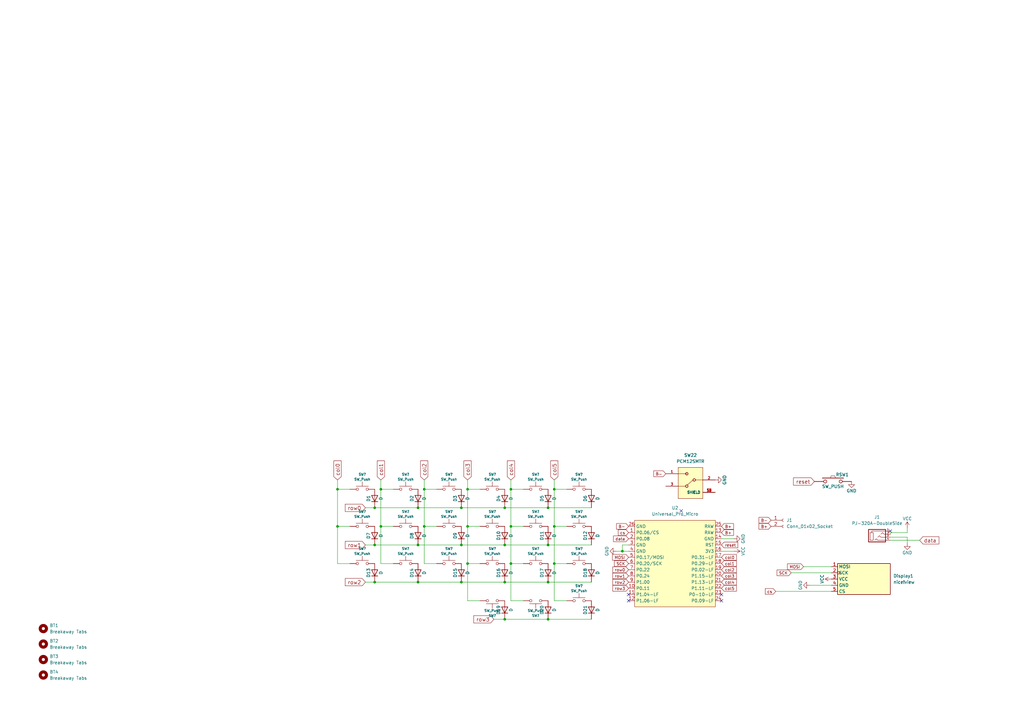
<source format=kicad_sch>
(kicad_sch (version 20231120) (generator "eeschema") (generator_version "8.0")
  (paper "A3")
  (title_block (title "Corne Left") (date "2023-10-07") (rev "4.0.0") (company "foostan"))
  (lib_symbols
    (symbol "ClaudeSym:PJ-320A" (pin_names (offset 1.016))
      (property "Reference" "J1" (at 0 3.81 0))
      (property "Value" "PJ-320A-DoubleSide" (at 0 -3.81 0))
      (symbol "PJ-320A_0_1"
        (rectangle (start -1.905 -1.905) (end -3.175 1.27))
        (polyline (pts (xy -2.54 1.27) (xy -2.54 1.905) (xy 3.175 1.905)))
        (polyline (pts (xy -1.27 -1.905) (xy -0.635 -1.27) (xy 0 -1.905) (xy 3.175 -1.905)))
        (polyline (pts (xy 0 -0.635) (xy 0.635 0) (xy 1.27 -0.635) (xy 3.175 -0.635)))
        (polyline (pts (xy 1.27 0.635) (xy 1.905 1.27) (xy 2.54 0.635) (xy 3.175 0.635)))
        (rectangle (start 3.175 2.54) (end -3.81 -2.54) (stroke (width 0.3048)))
      )
      (symbol "PJ-320A_1_1"
        (pin input line (at 5.1338 1.8756 180) (length 2.0066) (name "") (number "1"))
        (pin input line (at 5.1954 0.6252 180) (length 2.0066) (name "") (number "2"))
        (pin input line (at 5.1074 -0.5899 180) (length 2.0066) (name "") (number "3"))
        (pin input line (at 5.1514 -1.902 180) (length 2.0066) (name "") (number "4"))
      )
    )
    (symbol "ClaudeSym:Universal_Pro_Micro_Footprint" (in_bom no)
      (property "Reference" "U" (at 0 22.86 0))
      (property "Value" "Universal_Pro_Micro" (at 0 20.32 0))
      (symbol "Universal_Pro_Micro_Footprint_0_0"
        (pin bidirectional line (at -19.05 -8.89 0) (length 2.54) (name "P0.11") (number "10"))
        (pin bidirectional line (at -19.05 -11.43 0) (length 2.54) (name "P1.04-LF") (number "11"))
        (pin bidirectional line (at -19.05 -13.97 0) (length 2.54) (name "P1.06-LF") (number "12"))
        (pin power_out line (at 19.05 11.43 180) (length 2.54) (name "GND") (number "14"))
        (pin bidirectional line (at 19.05 8.89 180) (length 2.54) (name "RST") (number "15"))
        (pin bidirectional line (at 19.05 3.81 180) (length 2.54) (name "P0.31-LF") (number "17"))
        (pin bidirectional line (at 19.05 1.27 180) (length 2.54) (name "P0.29-LF") (number "18"))
        (pin bidirectional line (at 19.05 -1.27 180) (length 2.54) (name "P0.02-LF") (number "19"))
        (pin bidirectional line (at -19.05 11.43 0) (length 2.54) (name "P0.08") (number "2"))
        (pin bidirectional line (at 19.05 -3.81 180) (length 2.54) (name "P1.15-LF") (number "20"))
        (pin bidirectional line (at 19.05 -6.35 180) (length 2.54) (name "P1.13-LF") (number "21"))
        (pin bidirectional line (at 19.05 -8.89 180) (length 2.54) (name "P1.11-LF") (number "22"))
        (pin bidirectional line (at 19.05 -11.43 180) (length 2.54) (name "P0-10-LF") (number "23"))
        (pin bidirectional line (at 19.05 -13.97 180) (length 2.54) (name "P0.09-LF") (number "24"))
        (pin power_out line (at -19.05 8.89 0) (length 2.54) (name "GND") (number "3"))
        (pin power_out line (at -19.05 6.35 0) (length 2.54) (name "GND") (number "4"))
        (pin bidirectional line (at -19.05 -1.27 0) (length 2.54) (name "P0.22") (number "7"))
        (pin bidirectional line (at -19.05 -3.81 0) (length 2.54) (name "P0.24") (number "8"))
        (pin bidirectional line (at -19.05 -6.35 0) (length 2.54) (name "P1.00") (number "9"))
      )
      (symbol "Universal_Pro_Micro_Footprint_1_0"
        (pin bidirectional line (at -19.05 13.97 0) (length 2.54) (name "P0.06/CS") (number "1"))
        (pin power_out line (at 19.05 13.97 180) (length 2.54) (name "RAW") (number "13"))
        (pin power_out line (at 19.05 6.35 180) (length 2.54) (name "3V3") (number "16"))
        (pin power_out line (at 19.05 16.51 180) (length 2.54) (name "RAW") (number "25"))
        (pin power_out line (at -19.05 16.51 0) (length 2.54) (name "GND") (number "26"))
        (pin bidirectional line (at -19.05 3.81 0) (length 2.54) (name "P0.17/MOSI") (number "5"))
        (pin bidirectional line (at -19.05 1.27 0) (length 2.54) (name "P0.20/SCK") (number "6"))
      )
      (symbol "Universal_Pro_Micro_Footprint_1_1"
        (rectangle (start -16.51 19.05) (end 16.51 -16.51) (fill (type background)))
      )
    )
    (symbol "Connector:Conn_01x02_Socket" (pin_names (offset 1.016) hide)
      (property "Reference" "J" (at 0 2.54 0))
      (property "Value" "Conn_01x02_Socket" (at 0 -5.08 0))
      (symbol "Conn_01x02_Socket_1_1"
        (arc (start 0 -2.032) (mid -0.5058 -2.54) (end 0 -3.048) (stroke (width 0.1524)))
        (polyline (pts (xy -1.27 -2.54) (xy -0.508 -2.54)) (stroke (width 0.1524)))
        (polyline (pts (xy -1.27 0) (xy -0.508 0)) (stroke (width 0.1524)))
        (arc (start 0 0.508) (mid -0.5058 0) (end 0 -0.508) (stroke (width 0.1524)))
        (pin passive line (at -5.08 0 0) (length 3.81) (name "Pin_1") (number "1"))
        (pin passive line (at -5.08 -2.54 0) (length 3.81) (name "Pin_2") (number "2"))
      )
    )
    (symbol "Device:D" (pin_numbers hide) (pin_names (offset 1.016) hide)
      (property "Reference" "D" (at 0 2.54 0))
      (property "Value" "D" (at 0 -2.54 0))
      (symbol "D_0_1"
        (polyline (pts (xy -1.27 1.27) (xy -1.27 -1.27)) (stroke (width 0.254)))
        (polyline (pts (xy 1.27 0) (xy -1.27 0)))
        (polyline (pts (xy 1.27 1.27) (xy 1.27 -1.27) (xy -1.27 0) (xy 1.27 1.27)) (stroke (width 0.254)))
      )
      (symbol "D_1_1"
        (pin passive line (at -3.81 0 0) (length 2.54) (name "K") (number "1"))
        (pin passive line (at 3.81 0 180) (length 2.54) (name "A") (number "2"))
      )
    )
    (symbol "Mechanical:MountingHole" (pin_names (offset 1.016))
      (property "Reference" "H" (at 0 5.08 0))
      (property "Value" "MountingHole" (at 0 3.175 0))
      (symbol "MountingHole_0_1"
        (circle (center 0 0) (radius 1.27) (stroke (width 1.27)))
      )
    )
    (symbol "PCM_PCM12SMTR:PCM12SMTR" (pin_names (offset 1.016))
      (property "Reference" "SW" (at -5.0844 5.3386 0))
      (property "Value" "PCM12SMTR" (at -5.1814 -9.6619 0))
      (symbol "PCM12SMTR_0_0"
        (rectangle (start -5.08 -7.62) (end 5.08 5.08) (stroke (width 0.1524)) (fill (type background)))
        (circle (center -1.524 -2.54) (radius 0.508) (stroke (width 0.254)))
        (circle (center -1.524 2.54) (radius 0.508) (stroke (width 0.254)))
        (polyline (pts (xy -5.08 -2.54) (xy -2.032 -2.54)) (stroke (width 0.1524)))
        (polyline (pts (xy -5.08 2.54) (xy -1.524 2.54)) (stroke (width 0.1524)))
        (polyline (pts (xy 1.016 0) (xy -1.27 -2.032)) (stroke (width 0.1524)))
        (polyline (pts (xy 2.032 0) (xy 5.08 0)) (stroke (width 0.1524)))
        (circle (center 1.524 0) (radius 0.508) (stroke (width 0.254)))
        (pin passive line (at -10.16 2.54 0) (length 5.08) (name "~") (number "1"))
        (pin passive line (at 10.16 0 180) (length 5.08) (name "~") (number "2"))
        (pin passive line (at -10.16 -2.54 0) (length 5.08) (name "~") (number "3"))
        (pin passive line (at 10.16 -5.08 180) (length 5.08) (name "SHIELD") (number "S1"))
        (pin passive line (at 10.16 -5.08 180) (length 5.08) (name "SHIELD") (number "S2"))
        (pin passive line (at 10.16 -5.08 180) (length 5.08) (name "SHIELD") (number "S3"))
        (pin passive line (at 10.16 -5.08 180) (length 5.08) (name "SHIELD") (number "S4"))
      )
    )
    (symbol "PCM_nice_view:nice!view"
      (property "Reference" "Display" (at 0 12.7 0))
      (property "Value" "nice!view" (at 0 0 0))
      (symbol "nice!view_0_1"
        (rectangle (start -6.35 11.43) (end 6.35 -10.16) (stroke (width 0.254)) (fill (type background)))
      )
      (symbol "nice!view_1_1"
        (pin input line (at -5.08 -12.7 90) (length 2.54) (name "MOSI") (number "1"))
        (pin input clock (at -2.54 -12.7 90) (length 2.54) (name "SCK") (number "2"))
        (pin power_in line (at 0 -12.7 90) (length 2.54) (name "VCC") (number "3"))
        (pin power_out line (at 2.54 -12.7 90) (length 2.54) (name "GND") (number "4"))
        (pin passive line (at 5.08 -12.7 90) (length 2.54) (name "CS") (number "5"))
      )
    )
    (symbol "SW_Push_1" (pin_numbers hide) (pin_names (offset 1.016) hide)
      (property "Reference" "SW" (at 1.27 2.54 0))
      (property "Value" "SW_Push" (at 0 -1.524 0))
      (symbol "SW_Push_1_0_1"
        (circle (center -2.032 0) (radius 0.508))
        (polyline (pts (xy 0 1.27) (xy 0 3.048)))
        (polyline (pts (xy 2.54 1.27) (xy -2.54 1.27)))
        (circle (center 2.032 0) (radius 0.508))
        (pin passive line (at -5.08 0 0) (length 2.54) (name "1") (number "1"))
        (pin passive line (at 5.08 0 180) (length 2.54) (name "2") (number "2"))
      )
    )
    (symbol "Switch:SW_Push" (pin_numbers hide) (pin_names (offset 1.016) hide)
      (property "Reference" "SW" (at 1.27 2.54 0))
      (property "Value" "SW_Push" (at 0 -1.524 0))
      (symbol "SW_Push_0_1"
        (circle (center -2.032 0) (radius 0.508))
        (polyline (pts (xy 0 1.27) (xy 0 3.048)))
        (polyline (pts (xy 2.54 1.27) (xy -2.54 1.27)))
        (circle (center 2.032 0) (radius 0.508))
        (pin passive line (at -5.08 0 0) (length 2.54) (name "1") (number "1"))
        (pin passive line (at 5.08 0 180) (length 2.54) (name "2") (number "2"))
      )
    )
    (symbol "kbd:SW_PUSH" (pin_numbers hide) (pin_names (offset 1.016) hide)
      (property "Reference" "SW" (at 3.81 2.794 0))
      (property "Value" "SW_PUSH" (at 0 -2.032 0))
      (symbol "SW_PUSH_0_1"
        (rectangle (start -4.318 1.27) (end 4.318 1.524))
        (polyline (pts (xy -1.016 1.524) (xy -0.762 2.286) (xy 0.762 2.286) (xy 1.016 1.524)))
        (pin passive inverted (at -7.62 0 0) (length 5.08) (name "1") (number "1"))
        (pin passive inverted (at 7.62 0 180) (length 5.08) (name "2") (number "2"))
      )
    )
    (symbol "power:GND" (power) (pin_names (offset 0))
      (property "Value" "GND" (at 0 -3.81 0))
      (symbol "GND_0_1"
        (polyline (pts (xy 0 0) (xy 0 -1.27) (xy 1.27 -1.27) (xy 0 -2.54) (xy -1.27 -1.27) (xy 0 -1.27)))
      )
      (symbol "GND_1_1"
        (pin power_in line (at 0 0 270) (length 0) hide (name "GND") (number "1"))
      )
    )
    (symbol "power:VCC" (power) (pin_names (offset 0))
      (property "Value" "VCC" (at 0 3.81 0))
      (symbol "VCC_0_1"
        (polyline (pts (xy -0.762 1.27) (xy 0 2.54)))
        (polyline (pts (xy 0 0) (xy 0 2.54)))
        (polyline (pts (xy 0 2.54) (xy 0.762 1.27)))
      )
      (symbol "VCC_1_1"
        (pin power_in line (at 0 0 90) (length 0) hide (name "VCC") (number "1"))
      )
    )
  )
  (junction (at 191.77 231.14))
  (junction (at 224.79 208.28))
  (junction (at 189.23 238.76))
  (junction (at 138.43 200.66))
  (junction (at 255.27 226.06))
  (junction (at 227.33 200.66))
  (junction (at 207.01 238.76))
  (junction (at 227.33 231.14))
  (junction (at 227.33 215.9))
  (junction (at 209.55 231.14))
  (junction (at 224.79 238.76))
  (junction (at 156.21 215.9))
  (junction (at 173.99 200.66))
  (junction (at 156.21 200.66))
  (junction (at 173.99 215.9))
  (junction (at 224.79 223.52))
  (junction (at 171.45 238.76))
  (junction (at 191.77 200.66))
  (junction (at 207.01 208.28))
  (junction (at 207.01 254))
  (junction (at 171.45 223.52))
  (junction (at 189.23 223.52))
  (junction (at 189.23 208.28))
  (junction (at 171.45 208.28))
  (junction (at 207.01 223.52))
  (junction (at 153.67 223.52))
  (junction (at 209.55 215.9))
  (junction (at 153.67 208.28))
  (junction (at 138.43 215.9))
  (junction (at 153.67 238.76))
  (junction (at 224.79 254))
  (junction (at 209.55 200.66))
  (junction (at 191.77 215.9))
  (no_connect (at 295.91 246.38))
  (no_connect (at 257.81 243.84))
  (no_connect (at 279.4 209.55))
  (no_connect (at 365.1788 217.8344))
  (no_connect (at 295.91 243.84))
  (no_connect (at 257.81 246.38))
  (wire (pts (xy 372.11 220.2999) (xy 372.11 222.885)))
  (wire (pts (xy 156.21 200.66) (xy 156.21 215.9)))
  (wire (pts (xy 207.01 238.76) (xy 224.79 238.76)))
  (wire (pts (xy 365.1964 221.612) (xy 366.4664 221.612)))
  (wire (pts (xy 209.55 200.66) (xy 209.55 215.9)))
  (wire (pts (xy 329.565 232.41) (xy 340.995 232.41)))
  (wire (pts (xy 365.1524 220.2999) (xy 372.11 220.2999)))
  (wire (pts (xy 209.55 200.66) (xy 214.63 200.66)))
  (wire (pts (xy 138.43 200.66) (xy 138.43 215.9)))
  (wire (pts (xy 227.33 215.9) (xy 232.41 215.9)))
  (wire (pts (xy 171.45 238.76) (xy 189.23 238.76)))
  (wire (pts (xy 372.11 218.44) (xy 372.11 216.535)))
  (wire (pts (xy 153.67 223.52) (xy 171.45 223.52)))
  (wire (pts (xy 224.79 208.28) (xy 242.57 208.28)))
  (wire (pts (xy 191.77 200.66) (xy 191.77 215.9)))
  (wire (pts (xy 224.79 254) (xy 242.57 254)))
  (wire (pts (xy 227.33 231.14) (xy 227.33 246.38)))
  (wire (pts (xy 171.45 208.28) (xy 189.23 208.28)))
  (wire (pts (xy 191.77 231.14) (xy 191.77 246.38)))
  (wire (pts (xy 224.79 238.76) (xy 242.57 238.76)))
  (wire (pts (xy 295.91 226.06) (xy 300.99 226.06)))
  (wire (pts (xy 156.21 231.14) (xy 161.29 231.14)))
  (wire (pts (xy 227.33 200.66) (xy 232.41 200.66)))
  (wire (pts (xy 255.27 226.06) (xy 257.81 226.06)))
  (wire (pts (xy 366.4664 221.615) (xy 377.19 221.615)))
  (wire (pts (xy 149.86 238.76) (xy 153.67 238.76)))
  (wire (pts (xy 227.33 200.66) (xy 227.33 215.9)))
  (wire (pts (xy 189.23 223.52) (xy 207.01 223.52)))
  (wire (pts (xy 173.99 231.14) (xy 179.07 231.14)))
  (wire (pts (xy 156.21 196.85) (xy 156.21 200.66)))
  (wire (pts (xy 153.67 238.76) (xy 171.45 238.76)))
  (wire (pts (xy 191.77 215.9) (xy 196.85 215.9)))
  (wire (pts (xy 257.81 223.52) (xy 255.27 223.52)))
  (wire (pts (xy 295.91 220.98) (xy 300.99 220.98)))
  (wire (pts (xy 173.99 196.85) (xy 173.99 200.66)))
  (wire (pts (xy 156.21 200.66) (xy 161.29 200.66)))
  (wire (pts (xy 332.105 240.03) (xy 340.995 240.03)))
  (wire (pts (xy 255.27 223.52) (xy 255.27 226.06)))
  (wire (pts (xy 209.55 246.38) (xy 214.63 246.38)))
  (wire (pts (xy 173.99 215.9) (xy 179.07 215.9)))
  (wire (pts (xy 191.77 246.38) (xy 196.85 246.38)))
  (wire (pts (xy 149.86 223.52) (xy 153.67 223.52)))
  (wire (pts (xy 191.77 200.66) (xy 196.85 200.66)))
  (wire (pts (xy 365.2404 218.44) (xy 372.11 218.44)))
  (wire (pts (xy 156.21 215.9) (xy 161.29 215.9)))
  (wire (pts (xy 209.55 231.14) (xy 209.55 246.38)))
  (wire (pts (xy 138.43 215.9) (xy 143.51 215.9)))
  (wire (pts (xy 227.33 246.38) (xy 232.41 246.38)))
  (wire (pts (xy 227.33 196.85) (xy 227.33 200.66)))
  (wire (pts (xy 227.33 215.9) (xy 227.33 231.14)))
  (wire (pts (xy 173.99 215.9) (xy 173.99 231.14)))
  (wire (pts (xy 207.01 223.52) (xy 224.79 223.52)))
  (wire (pts (xy 153.67 208.28) (xy 171.45 208.28)))
  (wire (pts (xy 207.01 254) (xy 224.79 254)))
  (wire (pts (xy 318.135 242.57) (xy 340.995 242.57)))
  (wire (pts (xy 252.73 226.06) (xy 255.27 226.06)))
  (wire (pts (xy 138.43 196.85) (xy 138.43 200.66)))
  (wire (pts (xy 189.23 238.76) (xy 207.01 238.76)))
  (wire (pts (xy 171.45 223.52) (xy 189.23 223.52)))
  (wire (pts (xy 138.43 231.14) (xy 143.51 231.14)))
  (wire (pts (xy 138.43 200.66) (xy 143.51 200.66)))
  (wire (pts (xy 227.33 231.14) (xy 232.41 231.14)))
  (wire (pts (xy 191.77 196.85) (xy 191.77 200.66)))
  (wire (pts (xy 191.77 215.9) (xy 191.77 231.14)))
  (wire (pts (xy 366.4664 221.612) (xy 366.4664 221.615)))
  (wire (pts (xy 365.2404 218.44) (xy 365.2404 219.0848)))
  (wire (pts (xy 173.99 200.66) (xy 173.99 215.9)))
  (wire (pts (xy 149.86 208.28) (xy 153.67 208.28)))
  (wire (pts (xy 202.565 254) (xy 207.01 254)))
  (wire (pts (xy 209.55 231.14) (xy 214.63 231.14)))
  (wire (pts (xy 191.77 231.14) (xy 196.85 231.14)))
  (wire (pts (xy 207.01 208.28) (xy 224.79 208.28)))
  (wire (pts (xy 173.99 200.66) (xy 179.07 200.66)))
  (wire (pts (xy 209.55 196.85) (xy 209.55 200.66)))
  (wire (pts (xy 189.23 208.28) (xy 207.01 208.28)))
  (wire (pts (xy 209.55 215.9) (xy 209.55 231.14)))
  (wire (pts (xy 209.55 215.9) (xy 214.63 215.9)))
  (wire (pts (xy 156.21 215.9) (xy 156.21 231.14)))
  (wire (pts (xy 138.43 215.9) (xy 138.43 231.14)))
  (wire (pts (xy 324.485 234.95) (xy 340.995 234.95)))
  (wire (pts (xy 224.79 223.52) (xy 242.57 223.52)))
  (global_label "row0" (shape input) (at 149.86 208.28 180) (effects (font (size 1.524 1.524))) (property "Intersheetrefs" "${INTERSHEET_REFS}" (effects (hide yes))))
  (global_label "cs" (shape input) (at 318.135 242.57 180) (effects (font (size 1.1938 1.1938))) (property "Intersheetrefs" "${INTERSHEET_REFS}" (effects (hide yes))))
  (global_label "SCK" (shape input) (at 257.81 231.14 180) (effects (font (size 1.1938 1.1938))) (property "Intersheetrefs" "${INTERSHEET_REFS}" (effects (hide yes))))
  (global_label "B+" (shape input) (at 295.91 215.9 0) (effects (font (size 1.1938 1.1938))) (property "Intersheetrefs" "${INTERSHEET_REFS}" (effects (hide yes))))
  (global_label "col4" (shape input) (at 295.91 238.76 0) (effects (font (size 1.1938 1.1938))) (property "Intersheetrefs" "${INTERSHEET_REFS}" (effects (hide yes))))
  (global_label "col1" (shape input) (at 295.91 231.14 0) (effects (font (size 1.1938 1.1938))) (property "Intersheetrefs" "${INTERSHEET_REFS}" (effects (hide yes))))
  (global_label "MOSI" (shape input) (at 329.565 232.41 180) (effects (font (size 1.1938 1.1938))) (property "Intersheetrefs" "${INTERSHEET_REFS}" (effects (hide yes))))
  (global_label "row2" (shape input) (at 149.86 238.76 180) (effects (font (size 1.524 1.524))) (property "Intersheetrefs" "${INTERSHEET_REFS}" (effects (hide yes))))
  (global_label "row3" (shape input) (at 202.565 254 180) (effects (font (size 1.524 1.524))) (property "Intersheetrefs" "${INTERSHEET_REFS}" (effects (hide yes))))
  (global_label "row1" (shape input) (at 257.81 236.22 180) (effects (font (size 1.1938 1.1938))) (property "Intersheetrefs" "${INTERSHEET_REFS}" (effects (hide yes))))
  (global_label "reset" (shape input) (at 295.91 223.52 0) (effects (font (size 1.1938 1.1938))) (property "Intersheetrefs" "${INTERSHEET_REFS}" (effects (hide yes))))
  (global_label "MOSI" (shape input) (at 257.81 228.6 180) (effects (font (size 1.1938 1.1938))) (property "Intersheetrefs" "${INTERSHEET_REFS}" (effects (hide yes))))
  (global_label "B-" (shape input) (at 257.81 215.9 180) (effects (font (size 1.1938 1.1938))) (property "Intersheetrefs" "${INTERSHEET_REFS}" (effects (hide yes))))
  (global_label "col0" (shape input) (at 295.91 228.6 0) (effects (font (size 1.1938 1.1938))) (property "Intersheetrefs" "${INTERSHEET_REFS}" (effects (hide yes))))
  (global_label "data" (shape input) (at 377.19 221.615 0) (effects (font (size 1.524 1.524))) (property "Intersheetrefs" "${INTERSHEET_REFS}" (effects (hide yes))))
  (global_label "row3" (shape input) (at 257.81 241.3 180) (effects (font (size 1.1938 1.1938))) (property "Intersheetrefs" "${INTERSHEET_REFS}" (effects (hide yes))))
  (global_label "SCK" (shape input) (at 324.485 234.95 180) (effects (font (size 1.1938 1.1938))) (property "Intersheetrefs" "${INTERSHEET_REFS}" (effects (hide yes))))
  (global_label "col5" (shape input) (at 227.33 196.85 90) (effects (font (size 1.524 1.524))) (property "Intersheetrefs" "${INTERSHEET_REFS}" (effects (hide yes))))
  (global_label "row1" (shape input) (at 149.86 223.52 180) (effects (font (size 1.524 1.524))) (property "Intersheetrefs" "${INTERSHEET_REFS}" (effects (hide yes))))
  (global_label "col2" (shape input) (at 173.99 196.85 90) (effects (font (size 1.524 1.524))) (property "Intersheetrefs" "${INTERSHEET_REFS}" (effects (hide yes))))
  (global_label "col2" (shape input) (at 295.91 233.68 0) (effects (font (size 1.1938 1.1938))) (property "Intersheetrefs" "${INTERSHEET_REFS}" (effects (hide yes))))
  (global_label "B+" (shape input) (at 295.91 218.44 0) (effects (font (size 1.1938 1.1938))) (property "Intersheetrefs" "${INTERSHEET_REFS}" (effects (hide yes))))
  (global_label "col1" (shape input) (at 156.21 196.85 90) (effects (font (size 1.524 1.524))) (property "Intersheetrefs" "${INTERSHEET_REFS}" (effects (hide yes))))
  (global_label "cs" (shape input) (at 257.81 218.44 180) (effects (font (size 1.1938 1.1938))) (property "Intersheetrefs" "${INTERSHEET_REFS}" (effects (hide yes))))
  (global_label "B+" (shape input) (at 316.23 215.9 180) (effects (font (size 1.1938 1.1938))) (property "Intersheetrefs" "${INTERSHEET_REFS}" (effects (hide yes))))
  (global_label "reset" (shape input) (at 334.01 197.485 180) (effects (font (size 1.524 1.524))) (property "Intersheetrefs" "${INTERSHEET_REFS}" (effects (hide yes))))
  (global_label "B-" (shape input) (at 273.05 194.31 180) (effects (font (size 1.1938 1.1938))) (property "Intersheetrefs" "${INTERSHEET_REFS}" (effects (hide yes))))
  (global_label "col3" (shape input) (at 191.77 196.85 90) (effects (font (size 1.524 1.524))) (property "Intersheetrefs" "${INTERSHEET_REFS}" (effects (hide yes))))
  (global_label "B-" (shape input) (at 316.23 213.36 180) (effects (font (size 1.1938 1.1938))) (property "Intersheetrefs" "${INTERSHEET_REFS}" (effects (hide yes))))
  (global_label "row2" (shape input) (at 257.81 238.76 180) (effects (font (size 1.1938 1.1938))) (property "Intersheetrefs" "${INTERSHEET_REFS}" (effects (hide yes))))
  (global_label "data" (shape input) (at 257.81 220.98 180) (effects (font (size 1.1938 1.1938))) (property "Intersheetrefs" "${INTERSHEET_REFS}" (effects (hide yes))))
  (global_label "row0" (shape input) (at 257.81 233.68 180) (effects (font (size 1.1938 1.1938))) (property "Intersheetrefs" "${INTERSHEET_REFS}" (effects (hide yes))))
  (global_label "col4" (shape input) (at 209.55 196.85 90) (effects (font (size 1.524 1.524))) (property "Intersheetrefs" "${INTERSHEET_REFS}" (effects (hide yes))))
  (global_label "col0" (shape input) (at 138.43 196.85 90) (effects (font (size 1.524 1.524))) (property "Intersheetrefs" "${INTERSHEET_REFS}" (effects (hide yes))))
  (global_label "col5" (shape input) (at 295.91 241.3 0) (effects (font (size 1.1938 1.1938))) (property "Intersheetrefs" "${INTERSHEET_REFS}" (effects (hide yes))))
  (global_label "col3" (shape input) (at 295.91 236.22 0) (effects (font (size 1.1938 1.1938))) (property "Intersheetrefs" "${INTERSHEET_REFS}" (effects (hide yes))))
  (symbol (lib_id "Device:D") (at 153.67 219.71 90) (unit 1)
    (property "Reference" "D7" (at 151.13 219.71 0))
    (property "Value" "D" (at 156.21 219.71 0))
    (property "Footprint" "ClaudeFoot:SMD_SOD123" (effects (hide yes)))
    (instances (project "corne-light" (path "" (reference "D7") (unit 1))) (project "Corne V4 Kea Workshop Edition" (path "" (reference "D20") (unit 1))))
  )
  (symbol (lib_id "Switch:SW_Push") (at 219.71 200.66 0) (unit 1)
    (property "Reference" "SW?" (at 219.71 194.564 0) (effects (font (size 1 1))))
    (property "Value" "SW_Push" (at 219.71 196.596 0) (effects (font (size 1 1))))
    (property "Footprint" "ClaudeFoot:SW_MXchoc_HS_1u" (effects (hide yes)))
    (instances (project "Corne V4 Kea Workshop Edition" (path "" (reference "SW?") (unit 1)) (path "" (reference "SW5") (unit 1))))
  )
  (symbol (lib_id "Device:D") (at 207.01 250.19 90) (unit 1)
    (property "Reference" "D19" (at 204.47 250.19 0))
    (property "Value" "D" (at 209.55 250.19 0))
    (property "Footprint" "ClaudeFoot:SMD_SOD123" (effects (hide yes)))
    (instances (project "corne-light" (path "" (reference "D19") (unit 1))) (project "Corne V4 Kea Workshop Edition" (path "" (reference "D9") (unit 1))))
  )
  (symbol (lib_id "ClaudeSym:PJ-320A") (at 360.045 219.71 0) (unit 1)
    (property "Reference" "J1" (at 359.7275 212.09 0))
    (property "Value" "PJ-320A-DoubleSide" (at 359.7275 214.63 0))
    (property "Footprint" "ClaudeFoot:TRRS-PJ-320A" (effects (hide yes)))
    (instances (project "corne-light" (path "" (reference "J1") (unit 1))) (project "Corne V4 Kea Workshop Edition" (path "" (reference "J6") (unit 1))))
  )
  (symbol (lib_name "SW_Push_1") (lib_id "Switch:SW_Push") (at 237.49 200.66 0) (unit 1)
    (property "Reference" "SW?" (at 237.49 194.564 0) (effects (font (size 1 1))))
    (property "Value" "SW_Push" (at 237.49 196.596 0) (effects (font (size 1 1))))
    (property "Footprint" "ClaudeFoot:SW_MXchoc_HS_1u" (effects (hide yes)))
    (instances (project "Corne V4 Kea Workshop Edition" (path "" (reference "SW?") (unit 1)) (path "" (reference "SW4") (unit 1))))
  )
  (symbol (lib_id "Device:D") (at 224.79 250.19 90) (unit 1)
    (property "Reference" "D20" (at 222.25 250.19 0))
    (property "Value" "D" (at 227.33 250.19 0))
    (property "Footprint" "ClaudeFoot:SMD_SOD123" (effects (hide yes)))
    (instances (project "corne-light" (path "" (reference "D20") (unit 1))) (project "Corne V4 Kea Workshop Edition" (path "" (reference "D8") (unit 1))))
  )
  (symbol (lib_id "Device:D") (at 189.23 234.95 90) (unit 1)
    (property "Reference" "D15" (at 186.69 234.95 0))
    (property "Value" "D" (at 191.77 234.95 0))
    (property "Footprint" "ClaudeFoot:SMD_SOD123" (effects (hide yes)))
  )
  (symbol (lib_id "Device:D") (at 224.79 204.47 90) (unit 1)
    (property "Reference" "D5" (at 222.25 204.47 0))
    (property "Value" "D" (at 227.33 204.47 0))
    (property "Footprint" "ClaudeFoot:SMD_SOD123" (effects (hide yes)))
  )
  (symbol (lib_id "Switch:SW_Push") (at 201.93 200.66 0) (unit 1)
    (property "Reference" "SW?" (at 201.93 194.564 0) (effects (font (size 1 1))))
    (property "Value" "SW_Push" (at 201.93 196.596 0) (effects (font (size 1 1))))
    (property "Footprint" "ClaudeFoot:SW_MXchoc_HS_1u" (effects (hide yes)))
    (instances (project "Corne V4 Kea Workshop Edition" (path "" (reference "SW?") (unit 1)) (path "" (reference "SW12") (unit 1))))
  )
  (symbol (lib_id "Switch:SW_Push") (at 219.71 231.14 0) (unit 1)
    (property "Reference" "SW?" (at 219.71 225.044 0) (effects (font (size 1 1))))
    (property "Value" "SW_Push" (at 219.71 227.076 0) (effects (font (size 1 1))))
    (property "Footprint" "ClaudeFoot:SW_MXchoc_HS_1u" (effects (hide yes)))
    (instances (project "Corne V4 Kea Workshop Edition" (path "" (reference "SW?") (unit 1)) (path "" (reference "SW7") (unit 1))))
  )
  (symbol (lib_id "Device:D") (at 153.67 204.47 90) (unit 1)
    (property "Reference" "D1" (at 151.13 204.47 0))
    (property "Value" "D" (at 156.21 204.47 0))
    (property "Footprint" "ClaudeFoot:SMD_SOD123" (effects (hide yes)))
    (instances (project "corne-light" (path "" (reference "D1") (unit 1))) (project "Corne V4 Kea Workshop Edition" (path "" (reference "D19") (unit 1))))
  )
  (symbol (lib_id "Switch:SW_Push") (at 148.59 231.14 0) (unit 1)
    (property "Reference" "SW?" (at 148.59 225.044 0) (effects (font (size 1 1))))
    (property "Value" "SW_Push" (at 148.59 227.076 0) (effects (font (size 1 1))))
    (property "Footprint" "ClaudeFoot:SW_MXchoc_HS_1u" (effects (hide yes)))
    (instances (project "Corne V4 Kea Workshop Edition" (path "" (reference "SW?") (unit 1)) (path "" (reference "SW21") (unit 1))))
  )
  (symbol (lib_id "Device:D") (at 242.57 234.95 90) (unit 1)
    (property "Reference" "D18" (at 240.03 234.95 0))
    (property "Value" "D" (at 245.11 234.95 0))
    (property "Footprint" "ClaudeFoot:SMD_SOD123" (effects (hide yes)))
    (instances (project "corne-light" (path "" (reference "D18") (unit 1))) (project "Corne V4 Kea Workshop Edition" (path "" (reference "D2") (unit 1))))
  )
  (symbol (lib_id "Switch:SW_Push") (at 148.59 200.66 0) (unit 1)
    (property "Reference" "SW?" (at 148.59 194.564 0) (effects (font (size 1 1))))
    (property "Value" "SW_Push" (at 148.59 196.596 0) (effects (font (size 1 1))))
    (property "Footprint" "ClaudeFoot:SW_MXchoc_HS_1u" (effects (hide yes)))
    (instances (project "Corne V4 Kea Workshop Edition" (path "" (reference "SW?") (unit 1)) (path "" (reference "SW19") (unit 1))))
  )
  (symbol (lib_id "power:GND") (at 372.11 222.885 0) (unit 1)
    (property "Reference" "#PWR08" (effects (hide yes)))
    (property "Value" "GND" (at 372.11 226.695 0))
    (instances (project "corne-light" (path "" (reference "#PWR08") (unit 1))) (project "Corne V4 Kea Workshop Edition" (path "" (reference "#PWR069") (unit 1))))
  )
  (symbol (lib_id "Switch:SW_Push") (at 219.71 215.9 0) (unit 1)
    (property "Reference" "SW?" (at 219.71 209.804 0) (effects (font (size 1 1))))
    (property "Value" "SW_Push" (at 219.71 211.836 0) (effects (font (size 1 1))))
    (property "Footprint" "ClaudeFoot:SW_MXchoc_HS_1u" (effects (hide yes)))
    (instances (project "Corne V4 Kea Workshop Edition" (path "" (reference "SW?") (unit 1)) (path "" (reference "SW6") (unit 1))))
  )
  (symbol (lib_id "Switch:SW_Push") (at 237.49 246.38 0) (unit 1)
    (property "Reference" "SW?" (at 237.49 240.284 0) (effects (font (size 1 1))))
    (property "Value" "SW_Push" (at 237.49 242.316 0) (effects (font (size 1 1))))
    (property "Footprint" "ClaudeFoot:SW_MXchoc_HS_1u" (effects (hide yes)))
    (instances (project "Corne V4 Kea Workshop Edition" (path "" (reference "SW?") (unit 1)) (path "" (reference "SW1") (unit 1))))
  )
  (symbol (lib_id "Switch:SW_Push") (at 184.15 215.9 0) (unit 1)
    (property "Reference" "SW?" (at 184.15 209.804 0) (effects (font (size 1 1))))
    (property "Value" "SW_Push" (at 184.15 211.836 0) (effects (font (size 1 1))))
    (property "Footprint" "ClaudeFoot:SW_MXchoc_HS_1u" (effects (hide yes)))
    (instances (project "Corne V4 Kea Workshop Edition" (path "" (reference "SW?") (unit 1)) (path "" (reference "SW14") (unit 1))))
  )
  (symbol (lib_id "Mechanical:MountingHole") (at 17.78 264.16 0) (unit 1)
    (property "Reference" "BT2" (at 20.32 262.89 0) (effects (justify left)))
    (property "Value" "Breakaway Tabs" (at 20.32 265.43 0) (effects (justify left)))
    (property "Footprint" "ClaudeFoot:Breakaway_Tabs" (effects (hide yes)))
  )
  (symbol (lib_id "Switch:SW_Push") (at 166.37 215.9 0) (unit 1)
    (property "Reference" "SW?" (at 166.37 209.804 0) (effects (font (size 1 1))))
    (property "Value" "SW_Push" (at 166.37 211.836 0) (effects (font (size 1 1))))
    (property "Footprint" "ClaudeFoot:SW_MXchoc_HS_1u" (effects (hide yes)))
    (instances (project "Corne V4 Kea Workshop Edition" (path "" (reference "SW?") (unit 1)) (path "" (reference "SW17") (unit 1))))
  )
  (symbol (lib_id "Device:D") (at 189.23 204.47 90) (unit 1)
    (property "Reference" "D3" (at 186.69 204.47 0))
    (property "Value" "D" (at 191.77 204.47 0))
    (property "Footprint" "ClaudeFoot:SMD_SOD123" (effects (hide yes)))
    (instances (project "corne-light" (path "" (reference "D3") (unit 1))) (project "Corne V4 Kea Workshop Edition" (path "" (reference "D13") (unit 1))))
  )
  (symbol (lib_id "Device:D") (at 224.79 234.95 90) (unit 1)
    (property "Reference" "D17" (at 222.25 234.95 0))
    (property "Value" "D" (at 227.33 234.95 0))
    (property "Footprint" "ClaudeFoot:SMD_SOD123" (effects (hide yes)))
    (instances (project "corne-light" (path "" (reference "D17") (unit 1))) (project "Corne V4 Kea Workshop Edition" (path "" (reference "D7") (unit 1))))
  )
  (symbol (lib_id "power:VCC") (at 300.99 226.06 270) (unit 1)
    (property "Reference" "#PWR05" (effects (hide yes)))
    (property "Value" "VCC" (at 304.8 226.06 0))
    (instances (project "corne-light" (path "" (reference "#PWR05") (unit 1))) (project "Corne V4 Kea Workshop Edition" (path "" (reference "#PWR064") (unit 1))))
  )
  (symbol (lib_id "Device:D") (at 207.01 219.71 90) (unit 1)
    (property "Reference" "D10" (at 204.47 219.71 0))
    (property "Value" "D" (at 209.55 219.71 0))
    (property "Footprint" "ClaudeFoot:SMD_SOD123" (effects (hide yes)))
    (instances (project "corne-light" (path "" (reference "D10") (unit 1))) (project "Corne V4 Kea Workshop Edition" (path "" (reference "D11") (unit 1))))
  )
  (symbol (lib_id "power:GND") (at 349.25 197.485 0) (unit 1)
    (property "Reference" "#PWR07" (effects (hide yes)))
    (property "Value" "GND" (at 349.25 201.295 0))
    (instances (project "corne-light" (path "" (reference "#PWR07") (unit 1))) (project "Corne V4 Kea Workshop Edition" (path "" (reference "#PWR067") (unit 1))))
  )
  (symbol (lib_id "Device:D") (at 207.01 234.95 90) (unit 1)
    (property "Reference" "D16" (at 204.47 234.95 0))
    (property "Value" "D" (at 209.55 234.95 0))
    (property "Footprint" "ClaudeFoot:SMD_SOD123" (effects (hide yes)))
    (instances (project "corne-light" (path "" (reference "D16") (unit 1))) (project "Corne V4 Kea Workshop Edition" (path "" (reference "D10") (unit 1))))
  )
  (symbol (lib_id "Switch:SW_Push") (at 166.37 231.14 0) (unit 1)
    (property "Reference" "SW?" (at 166.37 225.044 0) (effects (font (size 1 1))))
    (property "Value" "SW_Push" (at 166.37 227.076 0) (effects (font (size 1 1))))
    (property "Footprint" "ClaudeFoot:SW_MXchoc_HS_1u" (effects (hide yes)))
    (instances (project "Corne V4 Kea Workshop Edition" (path "" (reference "SW?") (unit 1)) (path "" (reference "SW16") (unit 1))))
  )
  (symbol (lib_id "Switch:SW_Push") (at 184.15 231.14 0) (unit 1)
    (property "Reference" "SW?" (at 184.15 225.044 0) (effects (font (size 1 1))))
    (property "Value" "SW_Push" (at 184.15 227.076 0) (effects (font (size 1 1))))
    (property "Footprint" "ClaudeFoot:SW_MXchoc_HS_1u" (effects (hide yes)))
    (instances (project "Corne V4 Kea Workshop Edition" (path "" (reference "SW?") (unit 1)) (path "" (reference "SW15") (unit 1))))
  )
  (symbol (lib_id "Switch:SW_Push") (at 166.37 200.66 0) (unit 1)
    (property "Reference" "SW?" (at 166.37 194.564 0) (effects (font (size 1 1))))
    (property "Value" "SW_Push" (at 166.37 196.596 0) (effects (font (size 1 1))))
    (property "Footprint" "ClaudeFoot:SW_MXchoc_HS_1u" (effects (hide yes)))
    (instances (project "Corne V4 Kea Workshop Edition" (path "" (reference "SW?") (unit 1)) (path "" (reference "SW18") (unit 1))))
  )
  (symbol (lib_id "Connector:Conn_01x02_Socket") (at 321.31 213.36 0) (unit 1)
    (property "Reference" "J1" (at 322.58 213.3599 0) (effects (justify left)))
    (property "Value" "Conn_01x02_Socket" (at 322.58 215.8999 0) (effects (justify left)))
    (property "Footprint" "ClaudeFoot:PH_S2B-PH2-K_1x02_P2.00mm_Horizontal" (effects (hide yes)))
    (property "Description" "Generic connector, single row, 01x02, script generated" (effects (hide yes)))
  )
  (symbol (lib_id "kbd:SW_PUSH") (at 341.63 197.485 0) (unit 1)
    (property "Reference" "RSW1" (at 345.44 194.691 0))
    (property "Value" "SW_PUSH" (at 341.63 199.517 0))
    (property "Footprint" "ClaudeFoot:Reset_3x6x4.3" (effects (hide yes)))
    (instances (project "corne-light" (path "" (reference "RSW1") (unit 1))) (project "Corne V4 Kea Workshop Edition" (path "" (reference "RSW23") (unit 1))))
  )
  (symbol (lib_id "power:VCC") (at 372.11 216.535 0) (unit 1)
    (property "Reference" "#PWR06" (effects (hide yes)))
    (property "Value" "VCC" (at 372.11 212.725 0))
    (instances (project "corne-light" (path "" (reference "#PWR06") (unit 1))) (project "Corne V4 Kea Workshop Edition" (path "" (reference "#PWR068") (unit 1))))
  )
  (symbol (lib_id "power:GND") (at 332.105 240.03 270) (unit 1)
    (property "Reference" "#PWR019" (effects (hide yes)))
    (property "Value" "GND" (at 328.295 240.03 0))
    (instances (project "corne-light" (path "" (reference "#PWR019") (unit 1))) (project "Corne V4 Kea Workshop Edition" (path "" (reference "#PWR065") (unit 1))))
  )
  (symbol (lib_id "Device:D") (at 224.79 219.71 90) (unit 1)
    (property "Reference" "D11" (at 222.25 219.71 0))
    (property "Value" "D" (at 227.33 219.71 0))
    (property "Footprint" "ClaudeFoot:SMD_SOD123" (effects (hide yes)))
    (instances (project "corne-light" (path "" (reference "D11") (unit 1))) (project "Corne V4 Kea Workshop Edition" (path "" (reference "D6") (unit 1))))
  )
  (symbol (lib_id "Switch:SW_Push") (at 237.49 231.14 0) (unit 1)
    (property "Reference" "SW?" (at 237.49 225.044 0) (effects (font (size 1 1))))
    (property "Value" "SW_Push" (at 237.49 227.076 0) (effects (font (size 1 1))))
    (property "Footprint" "ClaudeFoot:SW_MXchoc_HS_1u" (effects (hide yes)))
    (instances (project "Corne V4 Kea Workshop Edition" (path "" (reference "SW?") (unit 1)) (path "" (reference "SW2") (unit 1))))
  )
  (symbol (lib_id "Mechanical:MountingHole") (at 17.78 270.51 0) (unit 1)
    (property "Reference" "BT3" (at 20.32 269.24 0) (effects (justify left)))
    (property "Value" "Breakaway Tabs" (at 20.32 271.78 0) (effects (justify left)))
    (property "Footprint" "ClaudeFoot:Breakaway_Tabs" (effects (hide yes)))
  )
  (symbol (lib_id "Device:D") (at 171.45 234.95 90) (unit 1)
    (property "Reference" "D14" (at 168.91 234.95 0))
    (property "Value" "D" (at 173.99 234.95 0))
    (property "Footprint" "ClaudeFoot:SMD_SOD123" (effects (hide yes)))
    (instances (project "corne-light" (path "" (reference "D14") (unit 1))) (project "Corne V4 Kea Workshop Edition" (path "" (reference "D16") (unit 1))))
  )
  (symbol (lib_id "Mechanical:MountingHole") (at 17.78 276.86 0) (unit 1)
    (property "Reference" "BT4" (at 20.32 275.59 0) (effects (justify left)))
    (property "Value" "Breakaway Tabs" (at 20.32 278.13 0) (effects (justify left)))
    (property "Footprint" "ClaudeFoot:Breakaway_Tabs" (effects (hide yes)))
  )
  (symbol (lib_id "Device:D") (at 171.45 219.71 90) (unit 1)
    (property "Reference" "D8" (at 168.91 219.71 0))
    (property "Value" "D" (at 173.99 219.71 0))
    (property "Footprint" "ClaudeFoot:SMD_SOD123" (effects (hide yes)))
    (instances (project "corne-light" (path "" (reference "D8") (unit 1))) (project "Corne V4 Kea Workshop Edition" (path "" (reference "D17") (unit 1))))
  )
  (symbol (lib_id "Device:D") (at 153.67 234.95 90) (unit 1)
    (property "Reference" "D13" (at 151.13 234.95 0))
    (property "Value" "D" (at 156.21 234.95 0))
    (property "Footprint" "ClaudeFoot:SMD_SOD123" (effects (hide yes)))
    (instances (project "corne-light" (path "" (reference "D13") (unit 1))) (project "Corne V4 Kea Workshop Edition" (path "" (reference "D21") (unit 1))))
  )
  (symbol (lib_id "power:GND") (at 300.99 220.98 90) (unit 1)
    (property "Reference" "#PWR03" (effects (hide yes)))
    (property "Value" "GND" (at 304.8 220.98 0))
    (instances (project "corne-light" (path "" (reference "#PWR03") (unit 1))) (project "Corne V4 Kea Workshop Edition" (path "" (reference "#PWR063") (unit 1))))
  )
  (symbol (lib_id "Device:D") (at 189.23 219.71 90) (unit 1)
    (property "Reference" "D9" (at 186.69 219.71 0))
    (property "Value" "D" (at 191.77 219.71 0))
    (property "Footprint" "ClaudeFoot:SMD_SOD123" (effects (hide yes)))
    (instances (project "corne-light" (path "" (reference "D9") (unit 1))) (project "Corne V4 Kea Workshop Edition" (path "" (reference "D14") (unit 1))))
  )
  (symbol (lib_id "power:GND") (at 252.73 226.06 270) (unit 1)
    (property "Reference" "#PWR04" (effects (hide yes)))
    (property "Value" "GND" (at 248.92 226.06 0))
    (instances (project "corne-light" (path "" (reference "#PWR04") (unit 1))) (project "Corne V4 Kea Workshop Edition" (path "" (reference "#PWR034") (unit 1))))
  )
  (symbol (lib_id "Device:D") (at 242.57 250.19 90) (unit 1)
    (property "Reference" "D21" (at 240.03 250.19 0))
    (property "Value" "D" (at 245.11 250.19 0))
    (property "Footprint" "ClaudeFoot:SMD_SOD123" (effects (hide yes)))
    (instances (project "corne-light" (path "" (reference "D21") (unit 1))) (project "Corne V4 Kea Workshop Edition" (path "" (reference "D1") (unit 1))))
  )
  (symbol (lib_id "Switch:SW_Push") (at 201.93 215.9 0) (unit 1)
    (property "Reference" "SW?" (at 201.93 209.804 0) (effects (font (size 1 1))))
    (property "Value" "SW_Push" (at 201.93 211.836 0) (effects (font (size 1 1))))
    (property "Footprint" "ClaudeFoot:SW_MXchoc_HS_1u" (effects (hide yes)))
    (instances (project "Corne V4 Kea Workshop Edition" (path "" (reference "SW?") (unit 1)) (path "" (reference "SW11") (unit 1))))
  )
  (symbol (lib_id "Switch:SW_Push") (at 148.59 215.9 0) (unit 1)
    (property "Reference" "SW?" (at 148.59 209.804 0) (effects (font (size 1 1))))
    (property "Value" "SW_Push" (at 148.59 211.836 0) (effects (font (size 1 1))))
    (property "Footprint" "ClaudeFoot:SW_MXchoc_HS_1u" (effects (hide yes)))
    (instances (project "Corne V4 Kea Workshop Edition" (path "" (reference "SW?") (unit 1)) (path "" (reference "SW20") (unit 1))))
  )
  (symbol (lib_id "Switch:SW_Push") (at 184.15 200.66 0) (unit 1)
    (property "Reference" "SW?" (at 184.15 194.564 0) (effects (font (size 1 1))))
    (property "Value" "SW_Push" (at 184.15 196.596 0) (effects (font (size 1 1))))
    (property "Footprint" "ClaudeFoot:SW_MXchoc_HS_1u" (effects (hide yes)))
    (instances (project "Corne V4 Kea Workshop Edition" (path "" (reference "SW?") (unit 1)) (path "" (reference "SW13") (unit 1))))
  )
  (symbol (lib_id "Switch:SW_Push") (at 219.71 246.38 180) (unit 1)
    (property "Reference" "SW?" (at 219.71 252.476 0) (effects (font (size 1 1))))
    (property "Value" "SW_Push" (at 219.71 250.444 0) (effects (font (size 1 1))))
    (property "Footprint" "ClaudeFoot:SW_MXchoc_HS_1u" (effects (hide yes)))
    (instances (project "Corne V4 Kea Workshop Edition" (path "" (reference "SW?") (unit 1)) (path "" (reference "SW8") (unit 1))))
  )
  (symbol (lib_id "Device:D") (at 207.01 204.47 90) (unit 1)
    (property "Reference" "D4" (at 204.47 204.47 0))
    (property "Value" "D" (at 209.55 204.47 0))
    (property "Footprint" "ClaudeFoot:SMD_SOD123" (effects (hide yes)))
    (instances (project "corne-light" (path "" (reference "D4") (unit 1))) (project "Corne V4 Kea Workshop Edition" (path "" (reference "D12") (unit 1))))
  )
  (symbol (lib_id "ClaudeSym:Universal_Pro_Micro_Footprint") (at 276.86 232.41 0) (unit 1) (in_bom no)
    (property "Reference" "U2" (at 276.86 208.28 0))
    (property "Value" "Universal_Pro_Micro" (at 276.86 210.82 0))
    (property "Footprint" "ClaudeFoot:Pro_Micro_Footprint_CornePME" (effects (hide yes)))
    (property "Datasheet" "https://nicekeyboards.com/docs/nice-nano/pinout-schematic" (effects (hide yes)))
  )
  (symbol (lib_id "power:VCC") (at 340.995 237.49 90) (unit 1)
    (property "Reference" "#PWR018" (effects (hide yes)))
    (property "Value" "VCC" (at 337.185 237.49 0))
    (instances (project "corne-light" (path "" (reference "#PWR018") (unit 1))) (project "Corne V4 Kea Workshop Edition" (path "" (reference "#PWR066") (unit 1))))
  )
  (symbol (lib_id "Switch:SW_Push") (at 201.93 246.38 180) (unit 1)
    (property "Reference" "SW?" (at 201.93 252.476 0) (effects (font (size 1 1))))
    (property "Value" "SW_Push" (at 201.93 250.444 0) (effects (font (size 1 1))))
    (property "Footprint" "ClaudeFoot:SW_MXchoc_HS_1u" (effects (hide yes)))
    (instances (project "Corne V4 Kea Workshop Edition" (path "" (reference "SW?") (unit 1)) (path "" (reference "SW9") (unit 1))))
  )
  (symbol (lib_id "Device:D") (at 242.57 204.47 90) (unit 1)
    (property "Reference" "D6" (at 240.03 204.47 0))
    (property "Value" "D" (at 245.11 204.47 0))
    (property "Footprint" "ClaudeFoot:SMD_SOD123" (effects (hide yes)))
    (instances (project "corne-light" (path "" (reference "D6") (unit 1))) (project "Corne V4 Kea Workshop Edition" (path "" (reference "D4") (unit 1))))
  )
  (symbol (lib_id "Switch:SW_Push") (at 237.49 215.9 0) (unit 1)
    (property "Reference" "SW?" (at 237.49 209.804 0) (effects (font (size 1 1))))
    (property "Value" "SW_Push" (at 237.49 211.836 0) (effects (font (size 1 1))))
    (property "Footprint" "ClaudeFoot:SW_MXchoc_HS_1u" (effects (hide yes)))
    (instances (project "Corne V4 Kea Workshop Edition" (path "" (reference "SW?") (unit 1)) (path "" (reference "SW3") (unit 1))))
  )
  (symbol (lib_id "power:GND") (at 293.37 196.85 90) (unit 1)
    (property "Reference" "#PWR04" (effects (hide yes)))
    (property "Value" "GND" (at 297.18 196.85 0))
    (instances (project "corne-light" (path "" (reference "#PWR04") (unit 1))) (project "Corne V4 Kea Workshop Edition" (path "" (reference "#PWR01") (unit 1))))
  )
  (symbol (lib_id "PCM_nice_view:nice!view") (at 353.695 237.49 270) (unit 1)
    (property "Reference" "Display1" (at 366.395 236.22 90) (effects (justify left)))
    (property "Value" "nice!view" (at 366.395 238.76 90) (effects (justify left)))
    (property "Footprint" "ClaudeFoot:nice_view" (effects (hide yes)))
    (property "Datasheet" "https://nicekeyboards.com/docs/nice-view/pinout-schematic" (effects (hide yes)))
    (instances (project "corne-light" (path "" (reference "Display1") (unit 1))) (project "Corne V4 Kea Workshop Edition" (path "" (reference "Display2") (unit 1))))
  )
  (symbol (lib_id "PCM_PCM12SMTR:PCM12SMTR") (at 283.21 196.85 0) (unit 1)
    (property "Reference" "SW22" (at 283.21 186.69 0))
    (property "Value" "PCM12SMTR" (at 283.21 189.23 0))
    (property "Footprint" "ClaudeFoot:MSK-12C02 Toggle Switch" (effects (hide yes)))
    (property "STANDARD" "Manufacturer Recommendation" (effects (hide yes)))
    (property "MANUFACTURER" "C&K" (effects (hide yes)))
    (instances (project "corne-light" (path "" (reference "SW22") (unit 1))) (project "Corne V4 Kea Workshop Edition" (path "" (reference "SW44") (unit 1))))
  )
  (symbol (lib_id "Switch:SW_Push") (at 201.93 231.14 0) (unit 1)
    (property "Reference" "SW?" (at 201.93 225.044 0) (effects (font (size 1 1))))
    (property "Value" "SW_Push" (at 201.93 227.076 0) (effects (font (size 1 1))))
    (property "Footprint" "ClaudeFoot:SW_MXchoc_HS_1u" (effects (hide yes)))
    (instances (project "Corne V4 Kea Workshop Edition" (path "" (reference "SW?") (unit 1)) (path "" (reference "SW10") (unit 1))))
  )
  (symbol (lib_id "Device:D") (at 242.57 219.71 90) (unit 1)
    (property "Reference" "D12" (at 240.03 219.71 0))
    (property "Value" "D" (at 245.11 219.71 0))
    (property "Footprint" "ClaudeFoot:SMD_SOD123" (effects (hide yes)))
    (instances (project "corne-light" (path "" (reference "D12") (unit 1))) (project "Corne V4 Kea Workshop Edition" (path "" (reference "D3") (unit 1))))
  )
  (symbol (lib_id "Device:D") (at 171.45 204.47 90) (unit 1)
    (property "Reference" "D2" (at 168.91 204.47 0))
    (property "Value" "D" (at 173.99 204.47 0))
    (property "Footprint" "ClaudeFoot:SMD_SOD123" (effects (hide yes)))
    (instances (project "corne-light" (path "" (reference "D2") (unit 1))) (project "Corne V4 Kea Workshop Edition" (path "" (reference "D18") (unit 1))))
  )
  (symbol (lib_id "Mechanical:MountingHole") (at 17.78 257.81 0) (unit 1)
    (property "Reference" "BT1" (at 20.32 256.54 0) (effects (justify left)))
    (property "Value" "Breakaway Tabs" (at 20.32 259.08 0) (effects (justify left)))
    (property "Footprint" "ClaudeFoot:Breakaway_Tabs" (effects (hide yes)))
  )
)
</source>
